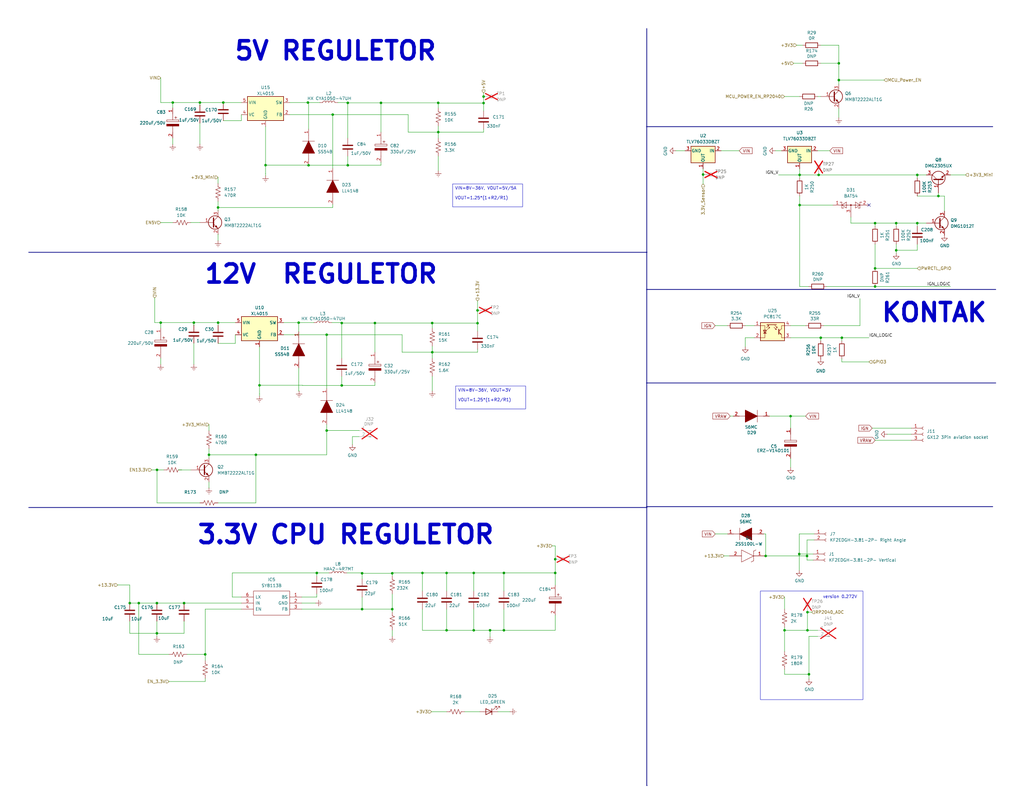
<source format=kicad_sch>
(kicad_sch (version 20231120) (generator "eeschema") (generator_version "8.0")
  (paper "User" 431 342)
  (junction (at 77.47 254))
  (junction (at 87.9567 191.5238))
  (junction (at 332.74 175.26))
  (junction (at 109.22 162.2591))
  (junction (at 66.04 266.7))
  (junction (at 295.91 73.4937))
  (junction (at 81.6019 135.89))
  (junction (at 133.35 241.3))
  (junction (at 66.04 254))
  (junction (at 200.9867 136.109))
  (junction (at 212.09 265.43))
  (junction (at 84.1419 43.18))
  (junction (at 160.3467 43.3232))
  (junction (at 181.9367 148.3438))
  (junction (at 386.08 73.66))
  (junction (at 345.44 142.24))
  (junction (at 129.5952 43.18))
  (junction (at 272.2111 106.2507) (diameter 0.3048))
  (junction (at 368.3 93.98))
  (junction (at 91.7921 135.89))
  (junction (at 272.2111 161.29) (diameter 0.3048))
  (junction (at 137.4867 181.3307))
  (junction (at 339.8499 265.43))
  (junction (at 368.3 120.65))
  (junction (at 72.7125 43.18))
  (junction (at 344.5606 73.66))
  (junction (at 368.3 113.03))
  (junction (at 184.4767 55.6338))
  (junction (at 212.09 241.3))
  (junction (at 330.2 265.43))
  (junction (at 354.33 142.24))
  (junction (at 203.5267 40.6677))
  (junction (at 137.4867 140.97))
  (junction (at 336.3771 233.348))
  (junction (at 111.76 69.5491))
  (junction (at 107.7044 191.5238))
  (junction (at 377.19 105.41))
  (junction (at 165.1 241.4213))
  (junction (at 152.4 241.4213))
  (junction (at 336.55 86.36))
  (junction (at 336.55 73.66))
  (junction (at 339.6674 234.1477))
  (junction (at 129.8667 69.6038))
  (junction (at 272.2111 121.92) (diameter 0.3048))
  (junction (at 322.2448 234.1477))
  (junction (at 206.248 265.43))
  (junction (at 177.8 241.3))
  (junction (at 200.9867 130.7165))
  (junction (at 377.19 93.98))
  (junction (at 394.97 82.55))
  (junction (at 233.68 241.3))
  (junction (at 272.2111 53.34) (diameter 0.3048))
  (junction (at 340.4851 283.9561))
  (junction (at 143.8367 162.3138))
  (junction (at 187.96 265.43))
  (junction (at 66.0848 197.8738))
  (junction (at 91.7667 87.3838))
  (junction (at 152.4 256.54))
  (junction (at 146.3767 43.3232))
  (junction (at 140.0267 48.26))
  (junction (at 199.39 241.3))
  (junction (at 353.06 33.7136))
  (junction (at 67.6367 135.89))
  (junction (at 339.8499 257.81))
  (junction (at 386.08 93.98))
  (junction (at 54.61 254))
  (junction (at 157.8067 136.0332))
  (junction (at 272.2111 213.36) (diameter 0.3048))
  (junction (at 181.8942 136.0332))
  (junction (at 143.8367 136.0332))
  (junction (at 93.98 43.18))
  (junction (at 86.36 275.59))
  (junction (at 353.06 26.67))
  (junction (at 58.42 254))
  (junction (at 272.2111 213.7291) (diameter 0.3048))
  (junction (at 125.6954 135.89))
  (junction (at 203.5267 43.399))
  (junction (at 165.1 256.54))
  (junction (at 187.96 241.3))
  (junction (at 146.3767 69.6038))
  (junction (at 184.4342 43.3232))
  (junction (at 233.68 235.5096))
  (junction (at 199.39 265.43))
  (no_connect (at 365.76 86.36))
  (wire (pts (xy 81.6019 135.89) (xy 91.7921 135.89)))
  (wire (pts (xy 86.36 275.59) (xy 86.36 278.13)))
  (wire (pts (xy 140.0267 87.3838) (xy 140.0267 86.1138)))
  (wire (pts (xy 91.7667 88.6167) (xy 91.7825 88.6167)))
  (wire (pts (xy 177.8 241.3) (xy 165.1 241.3)))
  (wire (pts (xy 129.8667 54.3638) (xy 129.8667 43.18)))
  (wire (pts (xy 181.61 299.72) (xy 187.96 299.72)))
  (wire (pts (xy 137.4867 178.8238) (xy 137.4867 181.3307)))
  (wire (pts (xy 97.79 251.46) (xy 97.79 241.3)))
  (wire (pts (xy 143.8367 158.5038) (xy 143.8367 162.3138)))
  (wire (pts (xy 358.14 93.98) (xy 368.3 93.98)))
  (wire (pts (xy 133.35 241.3) (xy 133.35 242.57)))
  (wire (pts (xy 58.42 254) (xy 66.04 254)))
  (bus (pts (xy 272.2111 213.36) (xy 417.83 213.36)) (stroke (width 0.3048)))
  (wire (pts (xy 111.76 69.5491) (xy 111.76 73.1676)))
  (wire (pts (xy 169.2367 148.3438) (xy 181.9367 148.3438)))
  (wire (pts (xy 203.5267 40.6677) (xy 203.5267 43.399)))
  (wire (pts (xy 203.5267 43.399) (xy 203.5267 46.7438)))
  (wire (pts (xy 157.8067 162.3138) (xy 143.8367 162.3138)))
  (wire (pts (xy 336.55 73.66) (xy 344.5606 73.66)))
  (wire (pts (xy 165.1 241.3) (xy 165.1 241.4213)))
  (bus (pts (xy 272.2111 161.29) (xy 419.1 161.29)) (stroke (width 0.3048)))
  (wire (pts (xy 81.6019 137.16) (xy 81.6067 137.16)))
  (wire (pts (xy 339.6674 234.1477) (xy 339.6674 235.888)))
  (wire (pts (xy 377.19 102.87) (xy 377.19 105.41)))
  (wire (pts (xy 54.61 266.7) (xy 66.04 266.7)))
  (wire (pts (xy 284.48 63.5) (xy 288.29 63.5)))
  (wire (pts (xy 80.3367 93.6967) (xy 80.3367 93.7338)))
  (wire (pts (xy 326.39 63.5) (xy 328.93 63.5)))
  (wire (pts (xy 109.22 162.2591) (xy 109.22 165.8776)))
  (wire (pts (xy 91.7667 101.3538) (xy 91.7667 98.7767)))
  (wire (pts (xy 307.34 175.26) (xy 308.61 175.26)))
  (wire (pts (xy 339.8499 257.81) (xy 339.8499 265.43)))
  (wire (pts (xy 137.4867 181.3307) (xy 151.13 181.3307)))
  (wire (pts (xy 111.76 53.34) (xy 111.76 69.5491)))
  (wire (pts (xy 199.39 256.54) (xy 199.39 265.43)))
  (wire (pts (xy 199.39 265.43) (xy 206.248 265.43)))
  (wire (pts (xy 87.9542 191.5238) (xy 87.9542 192.835)))
  (wire (pts (xy 304.7183 234.112) (xy 304.7183 234.1477)))
  (wire (pts (xy 75.2542 197.915) (xy 75.2542 197.8738)))
  (wire (pts (xy 195.58 299.72) (xy 201.93 299.72)))
  (wire (pts (xy 66.04 267.97) (xy 66.04 266.7)))
  (wire (pts (xy 143.51 136.0332) (xy 143.8367 136.0332)))
  (wire (pts (xy 143.8367 136.0332) (xy 157.8067 136.0332)))
  (wire (pts (xy 160.3467 55.6338) (xy 160.3467 43.3232)))
  (wire (pts (xy 91.7667 98.7767) (xy 91.7825 98.7767)))
  (wire (pts (xy 317.5 142.24) (xy 313.69 142.24)))
  (wire (pts (xy 397.51 82.55) (xy 394.97 82.55)))
  (wire (pts (xy 206.248 265.43) (xy 206.248 268.224)))
  (wire (pts (xy 84.1419 43.18) (xy 93.98 43.18)))
  (wire (pts (xy 199.39 241.3) (xy 187.96 241.3)))
  (bus (pts (xy 272.2111 161.29) (xy 272.2111 213.36)) (stroke (width 0.3048)))
  (wire (pts (xy 353.06 26.67) (xy 345.44 26.67)))
  (wire (pts (xy 165.1 257.81) (xy 165.1 256.54)))
  (wire (pts (xy 336.55 86.36) (xy 350.52 86.36)))
  (wire (pts (xy 233.68 259.08) (xy 233.68 265.43)))
  (wire (pts (xy 132.0501 135.89) (xy 132.0501 135.8854)))
  (wire (pts (xy 121.92 43.18) (xy 129.5952 43.18)))
  (bus (pts (xy 12.0996 213.7291) (xy 272.2111 213.7291)) (stroke (width 0.3048)))
  (wire (pts (xy 336.55 73.66) (xy 336.55 74.93)))
  (wire (pts (xy 87.9567 178.8238) (xy 87.9567 181.3638)))
  (wire (pts (xy 342.222 235.888) (xy 339.6674 235.888)))
  (wire (pts (xy 66.04 254) (xy 77.47 254)))
  (wire (pts (xy 157.8067 161.0438) (xy 157.8067 162.3138)))
  (wire (pts (xy 209.55 299.72) (xy 214.63 299.72)))
  (wire (pts (xy 67.6367 138.1838) (xy 67.6367 135.89)))
  (wire (pts (xy 87.9567 191.5238) (xy 107.7044 191.5238)))
  (wire (pts (xy 323.85 175.26) (xy 332.74 175.26)))
  (wire (pts (xy 140.0267 48.26) (xy 140.0267 70.8738)))
  (wire (pts (xy 67.6367 135.89) (xy 81.6019 135.89)))
  (bus (pts (xy 12.0738 106.2507) (xy 272.2111 106.2507)) (stroke (width 0.3048)))
  (wire (pts (xy 137.4867 181.3307) (xy 137.4867 191.5238)))
  (wire (pts (xy 54.61 261.62) (xy 54.61 266.7)))
  (wire (pts (xy 330.2 251.46) (xy 330.2 256.54)))
  (wire (pts (xy 91.7667 74.6838) (xy 91.7667 77.2238)))
  (wire (pts (xy 336.55 71.12) (xy 336.55 73.66)))
  (wire (pts (xy 386.08 93.98) (xy 389.89 93.98)))
  (wire (pts (xy 101.6 251.46) (xy 97.79 251.46)))
  (wire (pts (xy 109.22 146.05) (xy 109.22 162.2591)))
  (wire (pts (xy 101.6 256.54) (xy 86.36 256.54)))
  (wire (pts (xy 368.3 113.03) (xy 386.08 113.03)))
  (wire (pts (xy 353.06 26.67) (xy 353.06 33.7136)))
  (wire (pts (xy 133.35 241.3) (xy 138.43 241.3)))
  (wire (pts (xy 67.6367 93.7338) (xy 72.7167 93.7338)))
  (wire (pts (xy 181.9367 148.3438) (xy 181.9367 150.8838)))
  (wire (pts (xy 137.4867 140.97) (xy 169.2367 140.97)))
  (wire (pts (xy 177.8 241.3) (xy 177.8 248.92)))
  (wire (pts (xy 187.96 241.3) (xy 177.8 241.3)))
  (wire (pts (xy 330.2 283.9561) (xy 340.4851 283.9561)))
  (wire (pts (xy 157.8067 148.3438) (xy 157.8067 136.0332)))
  (wire (pts (xy 65.0967 125.4838) (xy 65.0967 135.89)))
  (wire (pts (xy 212.09 256.54) (xy 212.09 265.43)))
  (wire (pts (xy 86.36 287.02) (xy 86.36 285.75)))
  (wire (pts (xy 171.7767 55.6338) (xy 184.4767 55.6338)))
  (wire (pts (xy 212.09 241.3) (xy 212.09 248.92)))
  (wire (pts (xy 78.74 275.59) (xy 86.36 275.59)))
  (wire (pts (xy 165.1 250.19) (xy 165.1 256.54)))
  (wire (pts (xy 129.8667 69.5491) (xy 129.8667 69.6038)))
  (wire (pts (xy 146.05 43.3232) (xy 146.3767 43.3232)))
  (wire (pts (xy 353.06 33.7136) (xy 372.11 33.7136)))
  (wire (pts (xy 67.6367 150.8838) (xy 67.6367 153.4238)))
  (wire (pts (xy 336.3771 224.8877) (xy 336.3771 233.348)))
  (wire (pts (xy 93.98 50.8) (xy 101.6 50.8)))
  (wire (pts (xy 148.336 183.896) (xy 148.336 187.198)))
  (bus (pts (xy 272.2111 53.34) (xy 272.2111 106.2507)) (stroke (width 0.3048)))
  (bus (pts (xy 272.2111 121.92) (xy 419.1 121.92)) (stroke (width 0.3048)))
  (wire (pts (xy 151.13 183.896) (xy 148.336 183.896)))
  (wire (pts (xy 184.4767 55.6338) (xy 184.4767 58.1738)))
  (wire (pts (xy 200.9867 136.109) (xy 200.9867 139.4538)))
  (wire (pts (xy 332.74 175.26) (xy 332.74 180.34)))
  (bus (pts (xy 272.2111 121.92) (xy 272.2111 161.29)) (stroke (width 0.3048)))
  (wire (pts (xy 184.4342 43.3232) (xy 184.4767 43.3232)))
  (wire (pts (xy 87.9542 205.4938) (xy 87.9567 205.4938)))
  (wire (pts (xy 212.09 241.3) (xy 199.39 241.3)))
  (wire (pts (xy 72.7125 58.1395) (xy 72.7125 60.7138)))
  (wire (pts (xy 339.6674 227.4277) (xy 339.6674 234.1477)))
  (wire (pts (xy 303.53 63.5) (xy 311.15 63.5)))
  (wire (pts (xy 184.4767 53.0938) (xy 184.4767 55.6338)))
  (wire (pts (xy 81.6067 137.16) (xy 81.6067 136.9138)))
  (wire (pts (xy 181.9367 148.3438) (xy 200.9867 148.3438)))
  (wire (pts (xy 386.08 102.87) (xy 386.08 105.41)))
  (wire (pts (xy 87.9567 188.9838) (xy 87.9567 191.5238)))
  (wire (pts (xy 146.3767 65.7938) (xy 146.3767 69.6038)))
  (wire (pts (xy 129.8667 43.18) (xy 129.5952 43.18)))
  (wire (pts (xy 313.69 137.16) (xy 317.5 137.16)))
  (wire (pts (xy 63.8267 197.8738) (xy 66.0848 197.8738)))
  (wire (pts (xy 109.22 162.2591) (xy 127.3267 162.2591)))
  (bus (pts (xy 272.2111 106.2507) (xy 272.2111 121.92)) (stroke (width 0.3048)))
  (wire (pts (xy 233.68 229.87) (xy 233.68 235.5096)))
  (wire (pts (xy 300.99 137.16) (xy 306.07 137.16)))
  (wire (pts (xy 336.55 86.36) (xy 336.55 120.65)))
  (wire (pts (xy 146.3767 43.3232) (xy 160.3467 43.3232)))
  (wire (pts (xy 54.61 254) (xy 58.42 254)))
  (wire (pts (xy 322.2448 224.8972) (xy 322.2448 234.1477)))
  (wire (pts (xy 65.0967 135.89) (xy 67.6367 135.89)))
  (wire (pts (xy 340.4851 283.9561) (xy 340.4851 285.9585)))
  (wire (pts (xy 386.08 95.25) (xy 386.08 93.98)))
  (wire (pts (xy 336.3771 233.348) (xy 336.3771 240.1882)))
  (wire (pts (xy 101.6 50.8) (xy 101.6 48.26)))
  (wire (pts (xy 332.74 137.16) (xy 339.09 137.16)))
  (wire (pts (xy 77.47 254) (xy 101.6 254)))
  (wire (pts (xy 181.9367 138.1838) (xy 181.9367 136.0332)))
  (wire (pts (xy 152.4 241.3) (xy 152.4 241.4213)))
  (wire (pts (xy 49.53 246.38) (xy 54.61 246.38)))
  (wire (pts (xy 394.97 82.55) (xy 394.97 81.28)))
  (wire (pts (xy 181.9367 145.8038) (xy 181.9367 148.3438)))
  (wire (pts (xy 111.76 69.5491) (xy 129.8667 69.5491)))
  (wire (pts (xy 353.06 45.72) (xy 353.06 49.53)))
  (wire (pts (xy 160.3467 43.3232) (xy 184.4342 43.3232)))
  (bus (pts (xy 272.2111 213.36) (xy 272.2111 213.7291)) (stroke (width 0.3048)))
  (wire (pts (xy 125.73 154.94) (xy 125.73 164.7013)))
  (wire (pts (xy 233.68 246.38) (xy 233.68 241.3)))
  (wire (pts (xy 199.39 241.3) (xy 199.39 248.92)))
  (wire (pts (xy 200.9867 126.7538) (xy 200.9867 130.7165)))
  (wire (pts (xy 200.9867 136.109) (xy 181.8942 136.109)))
  (wire (pts (xy 84.1419 44.45) (xy 84.1419 43.18)))
  (bus (pts (xy 272.2111 213.7291) (xy 272.2111 330.8199)) (stroke (width 0.3048)))
  (wire (pts (xy 233.68 235.5096) (xy 233.68 241.3)))
  (wire (pts (xy 66.04 261.62) (xy 66.04 266.7)))
  (wire (pts (xy 368.3448 185.42) (xy 383.54 185.42)))
  (wire (pts (xy 233.68 241.3) (xy 212.09 241.3)))
  (wire (pts (xy 184.4767 55.6338) (xy 203.5267 55.6338)))
  (wire (pts (xy 119.38 140.97) (xy 137.4867 140.97)))
  (wire (pts (xy 203.5267 55.6338) (xy 203.5267 54.3638)))
  (wire (pts (xy 187.96 241.3) (xy 187.96 248.92)))
  (wire (pts (xy 107.7044 211.7633) (xy 107.7044 191.5238)))
  (wire (pts (xy 330.2 265.43) (xy 330.2 274.32)))
  (wire (pts (xy 127.3267 162.3138) (xy 143.8367 162.3138)))
  (wire (pts (xy 353.06 33.7136) (xy 353.06 35.56)))
  (wire (pts (xy 91.7667 87.3838) (xy 140.0267 87.3838)))
  (wire (pts (xy 84.1625 93.6967) (xy 80.3367 93.6967)))
  (wire (pts (xy 295.91 71.12) (xy 295.91 73.4937)))
  (wire (pts (xy 353.06 19.05) (xy 353.06 26.67)))
  (wire (pts (xy 304.7183 234.1477) (xy 307.0048 234.1477)))
  (wire (pts (xy 344.17 265.43) (xy 339.8499 265.43)))
  (wire (pts (xy 361.95 137.16) (xy 346.71 137.16)))
  (wire (pts (xy 152.4 251.46) (xy 152.4 256.54)))
  (wire (pts (xy 75.2542 197.8738) (xy 76.5267 197.8738)))
  (wire (pts (xy 84.1467 44.45) (xy 84.1467 44.2038)))
  (wire (pts (xy 91.7921 144.6065) (xy 99.06 144.6065)))
  (wire (pts (xy 295.91 73.4937) (xy 295.91 77.47)))
  (wire (pts (xy 86.36 256.54) (xy 86.36 275.59)))
  (wire (pts (xy 160.3467 68.3338) (xy 160.3467 69.6038)))
  (wire (pts (xy 67.6367 32.7738) (xy 67.6367 43.18)))
  (wire (pts (xy 125.6954 135.89) (xy 132.0501 135.89)))
  (wire (pts (xy 377.19 105.41) (xy 386.08 105.41)))
  (wire (pts (xy 81.6067 144.5338) (xy 81.6067 153.4238)))
  (wire (pts (xy 91.7921 135.89) (xy 99.06 135.89)))
  (wire (pts (xy 151.13 181.3307) (xy 151.13 181.356)))
  (wire (pts (xy 368.3 93.98) (xy 368.3 95.25)))
  (wire (pts (xy 184.4342 43.399) (xy 184.4342 43.3232)))
  (wire (pts (xy 344.17 267.97) (xy 340.4851 267.97)))
  (wire (pts (xy 344.5606 73.66) (xy 386.08 73.66)))
  (wire (pts (xy 342.6375 224.8877) (xy 336.3771 224.8877)))
  (wire (pts (xy 146.05 43.1754) (xy 146.05 43.3232)))
  (wire (pts (xy 66.0848 197.8738) (xy 68.9067 197.8738)))
  (wire (pts (xy 87.9542 202.995) (xy 87.9542 205.4938)))
  (wire (pts (xy 233.68 265.43) (xy 212.09 265.43)))
  (wire (pts (xy 336.55 82.55) (xy 336.55 86.36)))
  (wire (pts (xy 71.12 287.02) (xy 86.36 287.02)))
  (wire (pts (xy 125.6954 139.7) (xy 125.73 139.7)))
  (wire (pts (xy 377.19 105.41) (xy 377.19 106.68)))
  (wire (pts (xy 345.44 19.05) (xy 353.06 19.05)))
  (wire (pts (xy 165.1 256.54) (xy 152.4 256.54)))
  (wire (pts (xy 160.3467 69.6038) (xy 146.3767 69.6038)))
  (wire (pts (xy 91.7921 135.89) (xy 91.7921 136.9865)))
  (wire (pts (xy 306.2339 224.8877) (xy 301.0365 224.8877)))
  (wire (pts (xy 109.2247 165.8776) (xy 109.2247 166.707)))
  (wire (pts (xy 345.44 142.24) (xy 332.74 142.24)))
  (wire (pts (xy 187.96 265.43) (xy 199.39 265.43)))
  (wire (pts (xy 72.7125 45.4395) (xy 72.7125 43.18)))
  (wire (pts (xy 143.51 135.8854) (xy 139.6701 135.8854)))
  (wire (pts (xy 133.35 250.19) (xy 133.35 251.46)))
  (wire (pts (xy 340.4851 267.97) (xy 340.4851 283.9561)))
  (wire (pts (xy 66.0848 211.7633) (xy 66.0848 197.8738)))
  (wire (pts (xy 334.01 26.67) (xy 337.82 26.67)))
  (wire (pts (xy 339.6674 227.4277) (xy 342.6375 227.4277)))
  (wire (pts (xy 332.74 193.04) (xy 332.74 196.85)))
  (wire (pts (xy 330.2 281.94) (xy 330.2 283.9561)))
  (wire (pts (xy 203.5267 39.1238) (xy 203.5267 40.6677)))
  (wire (pts (xy 66.04 266.7) (xy 77.47 266.7)))
  (wire (pts (xy 87.9542 191.5238) (xy 87.9567 191.5238)))
  (wire (pts (xy 386.08 74.93) (xy 386.08 73.66)))
  (wire (pts (xy 181.8942 136.109) (xy 181.8942 136.0332)))
  (wire (pts (xy 58.42 275.59) (xy 58.42 254)))
  (wire (pts (xy 129.5952 43.18) (xy 129.5952 43.1754)))
  (wire (pts (xy 54.61 246.38) (xy 54.61 254)))
  (wire (pts (xy 232.41 229.87) (xy 233.68 229.87)))
  (wire (pts (xy 165.1 242.57) (xy 165.1 241.4213)))
  (wire (pts (xy 125.73 164.7013) (xy 125.8771 164.7013)))
  (wire (pts (xy 146.05 43.1754) (xy 142.2101 43.1754)))
  (wire (pts (xy 84.1515 211.7633) (xy 66.0848 211.7633)))
  (wire (pts (xy 140.0267 48.26) (xy 171.7767 48.26)))
  (bus (pts (xy 272.2111 330.8199) (xy 272.3431 330.8199)))
  (wire (pts (xy 121.92 48.26) (xy 140.0267 48.26)))
  (wire (pts (xy 330.2 264.16) (xy 330.2 265.43)))
  (wire (pts (xy 165.1 241.4213) (xy 152.4 241.4213)))
  (wire (pts (xy 344.17 63.5) (xy 349.25 63.5)))
  (wire (pts (xy 347.98 120.65) (xy 368.3 120.65)))
  (wire (pts (xy 184.4767 45.4738) (xy 184.4767 43.3232)))
  (wire (pts (xy 361.95 125.73) (xy 361.95 137.16)))
  (wire (pts (xy 111.7647 73.1676) (xy 111.7647 73.997)))
  (wire (pts (xy 152.4 256.54) (xy 127 256.54)))
  (wire (pts (xy 354.33 142.24) (xy 345.44 142.24)))
  (wire (pts (xy 129.5952 43.1754) (xy 134.5901 43.1754)))
  (wire (pts (xy 157.8067 136.0332) (xy 181.8942 136.0332)))
  (wire (pts (xy 77.47 261.62) (xy 77.47 266.7)))
  (wire (pts (xy 377.19 93.98) (xy 377.19 95.25)))
  (wire (pts (xy 137.4867 140.97) (xy 137.4867 163.5838)))
  (wire (pts (xy 400.05 120.65) (xy 368.3 120.65)))
  (wire (pts (xy 206.248 265.43) (xy 212.09 265.43)))
  (wire (pts (xy 327.66 73.66) (xy 336.55 73.66)))
  (wire (pts (xy 72.7125 60.7138) (xy 72.7167 60.7138)))
  (wire (pts (xy 306.2339 224.8972) (xy 306.2339 224.8877)))
  (wire (pts (xy 72.7125 43.18) (xy 84.1419 43.18)))
  (wire (pts (xy 177.8 256.54) (xy 177.8 265.43)))
  (wire (pts (xy 143.8367 136.0332) (xy 143.8367 150.8838)))
  (wire (pts (xy 200.9867 148.3438) (xy 200.9867 147.0738)))
  (wire (pts (xy 373.4248 182.88) (xy 383.54 182.88)))
  (wire (pts (xy 341.63 257.81) (xy 339.8499 257.81)))
  (wire (pts (xy 99.06 144.6065) (xy 99.06 140.97)))
  (wire (pts (xy 146.3767 43.3232) (xy 146.3767 58.1738)))
  (wire (pts (xy 339.8499 265.43) (xy 330.2 265.43)))
  (wire (pts (xy 365.76 152.4) (xy 354.33 152.4)))
  (wire (pts (xy 177.8 265.43) (xy 187.96 265.43)))
  (wire (pts (xy 129.8667 69.6038) (xy 146.3767 69.6038)))
  (wire (pts (xy 127.3267 162.2591) (xy 127.3267 162.3138)))
  (wire (pts (xy 368.3 102.87) (xy 368.3 113.03)))
  (wire (pts (xy 332.74 175.26) (xy 339.09 175.26)))
  (wire (pts (xy 109.22 165.8776) (xy 109.2247 165.8776)))
  (wire (pts (xy 397.51 82.55) (xy 397.51 88.9)))
  (wire (pts (xy 184.4767 65.7938) (xy 184.4767 71.8898)))
  (wire (pts (xy 84.1419 44.45) (xy 84.1467 44.45)))
  (wire (pts (xy 386.08 93.98) (xy 377.19 93.98)))
  (wire (pts (xy 67.6367 43.18) (xy 72.7125 43.18)))
  (wire (pts (xy 187.96 256.54) (xy 187.96 265.43)))
  (wire (pts (xy 354.33 142.24) (xy 365.76 142.24)))
  (wire (pts (xy 336.3771 233.348) (xy 342.222 233.348)))
  (wire (pts (xy 71.12 275.59) (xy 58.42 275.59)))
  (wire (pts (xy 400.05 73.66) (xy 406.4 73.66)))
  (wire (pts (xy 386.08 73.66) (xy 389.89 73.66)))
  (wire (pts (xy 340.36 120.65) (xy 336.55 120.65)))
  (wire (pts (xy 91.7667 87.3838) (xy 91.7667 88.6167)))
  (wire (pts (xy 200.9867 130.7165) (xy 200.9867 136.109)))
  (wire (pts (xy 377.19 93.98) (xy 368.3 93.98)))
  (wire (pts (xy 169.2367 140.97) (xy 169.2367 148.3438)))
  (wire (pts (xy 354.33 152.4) (xy 354.33 151.13)))
  (wire (pts (xy 203.5267 43.399) (xy 184.4342 43.399)))
  (wire (pts (xy 330.2 40.64) (xy 336.55 40.64)))
  (wire (pts (xy 367.0748 180.34) (xy 383.54 180.34)))
  (wire (pts (xy 75.2542 197.915) (xy 80.3342 197.915)))
  (wire (pts (xy 345.44 142.24) (xy 345.44 143.51)))
  (wire (pts (xy 91.7667 84.8438) (xy 91.7667 87.3838)))
  (wire (pts (xy 181.9367 158.5038) (xy 181.9367 164.5998)))
  (wire (pts (xy 81.6019 137.16) (xy 81.6019 135.89)))
  (wire (pts (xy 322.2448 234.1477) (xy 339.6674 234.1477)))
  (wire (pts (xy 171.7767 48.26) (xy 171.7767 55.6338)))
  (wire (pts (xy 133.35 251.46) (xy 127 251.46)))
  (wire (pts (xy 354.33 143.51) (xy 354.33 142.24)))
  (wire (pts (xy 146.05 241.3) (xy 152.4 241.3)))
  (wire (pts (xy 84.1467 51.8238) (xy 84.1467 60.7138)))
  (wire (pts (xy 335.28 19.05) (xy 337.82 19.05)))
  (wire (pts (xy 107.7044 191.5238) (xy 137.4867 191.5238)))
  (wire (pts (xy 165.1 265.43) (xy 165.1 267.97)))
  (wire (pts (xy 119.38 135.89) (xy 125.6954 135.89)))
  (wire (pts (xy 344.17 40.64) (xy 345.44 40.64)))
  (wire (pts (xy 313.69 142.24) (xy 313.69 146.05)))
  (wire (pts (xy 127 254) (xy 132.8116 254)))
  (wire (pts (xy 181.8942 136.0332) (xy 181.9367 136.0332)))
  (wire (pts (xy 143.51 135.8854) (xy 143.51 136.0332)))
  (wire (pts (xy 386.08 82.55) (xy 394.97 82.55)))
  (bus (pts (xy 272.2111 53.34) (xy 417.83 53.34)) (stroke (width 0.3048)))
  (wire (pts (xy 93.98 43.18) (xy 101.6 43.18)))
  (wire (pts (xy 321.4739 224.8972) (xy 322.2448 224.8972)))
  (bus (pts (xy 272.2111 12.0238) (xy 272.2111 53.34)) (stroke (width 0.3048)))
  (wire (pts (xy 152.4 241.4213) (xy 152.4 243.84)))
  (wire (pts (xy 111.76 73.1676) (xy 111.7647 73.1676)))
  (wire (pts (xy 97.79 241.3) (xy 133.35 241.3)))
  (wire (pts (xy 91.7715 211.7633) (xy 107.7044 211.7633)))
  (wire (pts (xy 125.6954 135.89) (xy 125.6954 139.7)))
  (wire (pts (xy 358.14 91.44) (xy 358.14 93.98)))
  (rectangle (start 320.04 248.92) (end 363.22 294.64))
  (text_box "VIN=8V-36V, VOUT=3V\n\nVOUT=1.25*(1+R2/R1)" (at 191.77 162.56 0) (size 29.464 9.652) (effects (font (size 1.27 1.27)) (justify left top)))
  (text_box "VIN=8V-36V, VOUT=5V/5A\n\nVOUT=1.25*(1+R2/R1)" (at 190.5 77.47 0) (size 29.464 9.652) (effects (font (size 1.27 1.27)) (justify left top)))
  (text "KONTAK" (at 393.192 131.826 0) (effects (font (size 7.62 7.62) (thickness 1.524) (bold yes))))
  (text "12V  REGULETOR\n" (at 135.128 115.57 0) (effects (font (size 7.62 7.62) (thickness 1.524) (bold yes))))
  (text "3.3V CPU REGULETOR\n" (at 145.542 225.298 0) (effects (font (size 7.62 7.62) (thickness 1.524) (bold yes))))
  (text "version 0.272V\n" (at 353.568 251.46 0) (effects (font (size 1.27 1.27))))
  (text "5V REGULETOR\n" (at 141.224 21.59 0) (effects (font (size 7.62 7.62) (thickness 1.524) (bold yes))))
  (label "IGN_V" (at 327.66 73.66 180))
  (label "IGN_V" (at 361.95 125.73 180))
  (label "IGN_LOGIC" (at 365.76 142.24 0))
  (label "IGN_LOGIC" (at 400.05 120.65 180))
  (global_label "VIN" (shape input) (at 311.15 63.5 0) (property "Intersheetrefs" "${INTERSHEET_REFS}" (effects (hide yes))))
  (global_label "VRAW" (shape input) (at 368.3448 185.42 180) (property "Intersheetrefs" "${INTERSHEET_REFS}" (effects (hide yes))))
  (global_label "IGN" (shape input) (at 300.99 137.16 180) (property "Intersheetrefs" "${INTERSHEET_REFS}" (effects (hide yes))))
  (global_label "VIN" (shape input) (at 301.0365 224.8877 180) (property "Intersheetrefs" "${INTERSHEET_REFS}" (effects (hide yes))))
  (global_label "VRAW" (shape input) (at 307.34 175.26 180) (property "Intersheetrefs" "${INTERSHEET_REFS}" (effects (hide yes))))
  (global_label "VIN" (shape input) (at 339.09 175.26 0) (property "Intersheetrefs" "${INTERSHEET_REFS}" (effects (hide yes))))
  (global_label "VIN" (shape input) (at 349.25 63.5 0) (property "Intersheetrefs" "${INTERSHEET_REFS}" (effects (hide yes))))
  (global_label "IGN" (shape input) (at 367.0748 180.34 180) (property "Intersheetrefs" "${INTERSHEET_REFS}" (effects (hide yes))))
  (hierarchical_label "EN5V" (shape input) (at 67.6367 93.7338 180))
  (hierarchical_label "MCU_POWER_EN_RP2040" (shape input) (at 330.2 40.64 180))
  (hierarchical_label "RP2040_ADC" (shape input) (at 341.63 257.81 0))
  (hierarchical_label "+13.3V" (shape input) (at 49.53 246.38 180))
  (hierarchical_label "+5V" (shape input) (at 203.5267 39.1238 90))
  (hierarchical_label "+3V3_Mini" (shape input) (at 406.4 73.66 0))
  (hierarchical_label "+5V" (shape input) (at 334.01 26.67 180))
  (hierarchical_label "VIN" (shape input) (at 65.0967 125.4838 90))
  (hierarchical_label "EN_3.3V" (shape input) (at 71.12 287.02 180))
  (hierarchical_label "EN13.3V" (shape input) (at 63.8267 197.8738 180))
  (hierarchical_label "MCU_Power_EN" (shape input) (at 372.11 33.7136 0))
  (hierarchical_label "+3V3_Mini" (shape input) (at 91.7667 74.6838 180))
  (hierarchical_label "+3V3_Mini" (shape input) (at 87.9567 178.8238 180))
  (hierarchical_label "+3V3" (shape input) (at 330.2 251.46 180))
  (hierarchical_label "+13.3V" (shape input) (at 200.9867 126.7538 90))
  (hierarchical_label "VIN" (shape input) (at 67.6367 32.7738 180))
  (hierarchical_label "PWRCTL_GPIO" (shape input) (at 386.08 113.03 0))
  (hierarchical_label "GPIO3" (shape input) (at 365.76 152.4 0))
  (hierarchical_label "+3V3" (shape input) (at 181.61 299.72 180))
  (hierarchical_label "+3V3" (shape input) (at 232.41 229.87 180))
  (hierarchical_label "+13.3V" (shape input) (at 304.7183 234.112 180))
  (hierarchical_label "3.3V_Sensor" (shape input) (at 295.91 77.47 270))
  (hierarchical_label "+3V3" (shape input) (at 335.28 19.05 180))
  (symbol (lib_id "Device:R_US") (at 181.9367 154.6938 0) (unit 1)
    (property "Reference" "R162" (at 184.4767 153.4237 0) (effects (justify left)))
    (property "Value" "1.6K" (at 184.4767 155.9637 0) (effects (justify left)))
    (property "Footprint" "Resistor_SMD:R_0603_1608Metric" (effects (hide yes)))
    (property "Description" "Resistor, US symbol" (effects (hide yes)))
    (property "MPN" "0603WAF1601T5E" (effects (hide yes)))
  )
  (symbol (lib_id "Device:R") (at 309.88 137.16 270) (unit 1)
    (property "Reference" "R254" (at 309.88 131.9022 90))
    (property "Value" "3.3K" (at 309.88 134.2136 90))
    (property "Footprint" "Resistor_SMD:R_0603_1608Metric" (effects (hide yes)))
    (property "MPN" "0603WAF3301T5E" (effects (hide yes)))
  )
  (symbol (lib_id "power:GND") (at 284.48 63.5 270) (unit 1)
    (property "Reference" "#PWR0125" (effects (hide yes)))
    (property "Value" "GND" (at 280.0858 63.627 0))
  )
  (symbol (lib_id "Device:L") (at 135.8601 135.8854 90) (unit 1)
    (property "Reference" "L3" (at 135.8601 132.0754 90))
    (property "Value" "HX CYA1050-47UH" (at 136.0742 134.1794 90))
    (property "Footprint" "CYA1050-47UH:L_Bourns_SRR1208_12.7x12.7mm" (effects (hide yes)))
    (property "MPN" "HX CYA1050-47UH" (effects (hide yes)))
  )
  (symbol (lib_id "SS54B:SS54B") (at 129.8667 54.3638 270) (unit 1)
    (property "Reference" "D10" (at 133.6767 61.3488 90) (effects (justify left)))
    (property "Value" "SS54B" (at 133.6767 63.8888 90) (effects (justify left)))
    (property "Footprint" "Library:SS54B" (effects (hide yes)))
    (property "Datasheet" "https://datasheet.datasheetarchive.com/originals/distributors/Datasheets-3/DSA-43270.pdf" (effects (hide yes)))
    (property "Description" "HY Electronic Corp SS54B, SMT Rectifier Schottky Diode, 40V 5A, 2-Pin SMB" (effects (hide yes)))
    (property "Height" "2.44" (effects (hide yes)))
    (property "Manufacturer_Name" "HY Electronic" (effects (hide yes)))
    (property "Manufacturer_Part_Number" "SS54B" (effects (hide yes)))
    (property "MPN" "SS54B" (effects (hide yes)))
  )
  (symbol (lib_id "Device:R_US") (at 181.9367 141.9938 0) (unit 1)
    (property "Reference" "R161" (at 184.4767 140.7237 0) (effects (justify left)))
    (property "Value" "15K" (at 184.4767 143.2637 0) (effects (justify left)))
    (property "Footprint" "Resistor_SMD:R_0603_1608Metric" (effects (hide yes)))
    (property "Description" "Resistor, US symbol" (effects (hide yes)))
    (property "MPN" "0603WAF1502T5E" (effects (hide yes)))
  )
  (symbol (lib_id "Device:R") (at 344.17 120.65 270) (unit 1)
    (property "Reference" "R260" (at 344.17 115.3922 90))
    (property "Value" "DNP" (at 344.17 117.7036 90))
    (property "Footprint" "Resistor_SMD:R_0603_1608Metric" (effects (hide yes)))
  )
  (symbol (lib_id "Device:R_US") (at 72.7167 197.8738 90) (unit 1)
    (property "Reference" "R159" (at 72.4627 192.2858 90))
    (property "Value" "10K" (at 72.4627 194.8258 90))
    (property "Footprint" "Resistor_SMD:R_0603_1608Metric" (effects (hide yes)))
    (property "Description" "Resistor, US symbol" (effects (hide yes)))
    (property "MPN" "0603WAF1002T5E" (effects (hide yes)))
  )
  (symbol (lib_id "Device:C") (at 187.96 252.73 180) (unit 1)
    (property "Reference" "C181" (at 189.484 250.444 0) (effects (justify right)))
    (property "Value" "22uF" (at 188.976 255.016 0) (effects (justify right)))
    (property "Footprint" "Capacitor_SMD:C_0603_1608Metric" (effects (hide yes)))
    (property "MPN" "CL10A226MQ8NRNC" (effects (hide yes)))
  )
  (symbol (lib_id "power:GND") (at 326.39 63.5 270) (unit 1)
    (property "Reference" "#PWR0124" (effects (hide yes)))
    (property "Value" "GND" (at 321.9958 63.627 0))
  )
  (symbol (lib_id "power:GND") (at 340.4851 285.9585 0) (unit 1)
    (property "Reference" "#PWR0237" (effects (hide yes)))
    (property "Value" "GND" (at 340.6121 290.3527 0))
  )
  (symbol (lib_id "Device:C") (at 177.8 252.73 180) (unit 1)
    (property "Reference" "C180" (at 179.324 250.444 0) (effects (justify right)))
    (property "Value" "22uF" (at 178.816 255.016 0) (effects (justify right)))
    (property "Footprint" "Capacitor_SMD:C_0603_1608Metric" (effects (hide yes)))
    (property "MPN" "CL10A226MQ8NRNC" (effects (hide yes)))
  )
  (symbol (lib_id "Device:R_US") (at 191.77 299.72 90) (unit 1)
    (property "Reference" "R168" (at 191.77 293.37 90))
    (property "Value" "2K" (at 191.77 295.91 90))
    (property "Footprint" "Resistor_SMD:R_0603_1608Metric" (effects (hide yes)))
    (property "Description" "Resistor, US symbol" (effects (hide yes)))
    (property "MPN" "0603WAF2001T5E" (effects (hide yes)))
  )
  (symbol (lib_id "Device:C") (at 152.4 247.65 180) (unit 1)
    (property "Reference" "C179" (at 153.924 245.364 0) (effects (justify right)))
    (property "Value" "22pF" (at 153.416 249.936 0) (effects (justify right)))
    (property "Footprint" "Capacitor_SMD:C_0603_1608Metric" (effects (hide yes)))
    (property "MPN" "CL10C220JB8NNNC" (effects (hide yes)))
  )
  (symbol (lib_id "Device:C") (at 133.35 246.38 180) (unit 1)
    (property "Reference" "C178" (at 134.874 244.094 0) (effects (justify right)))
    (property "Value" "100nF" (at 134.366 248.666 0) (effects (justify right)))
    (property "Footprint" "Capacitor_SMD:C_0603_1608Metric" (effects (hide yes)))
    (property "MPN" "0603B104K500NT" (effects (hide yes)))
  )
  (symbol (lib_id "Device:C") (at 54.61 257.81 180) (unit 1)
    (property "Reference" "C175" (at 48.006 255.778 0) (effects (justify right)))
    (property "Value" "10uF" (at 42.926 260.604 0) (effects (justify right)))
    (property "Footprint" "Capacitor_SMD:C_0603_1608Metric" (effects (hide yes)))
    (property "MPN" " CL10A106MO8NQNC" (effects (hide yes)))
  )
  (symbol (lib_id "power:Earth") (at 87.9567 205.4938 0) (unit 1)
    (property "Reference" "#PWR0193" (effects (hide yes)))
    (property "Value" "Earth" (effects (hide yes)))
    (property "Description" "Power symbol creates a global label with name \"Earth\"" (effects (hide yes)))
  )
  (symbol (lib_name "GND_1") (lib_id "power:GND") (at 148.336 187.198 0) (unit 1)
    (property "Reference" "#PWR0163" (effects (hide yes)))
    (property "Value" "GND" (at 148.336 191.77 0))
    (property "Description" "Power symbol creates a global label with name \"GND\" , ground" (effects (hide yes)))
  )
  (symbol (lib_id "Device:R") (at 368.3 116.84 180) (unit 1)
    (property "Reference" "R261" (at 373.5578 116.84 90))
    (property "Value" "DNP" (at 371.2464 116.84 90))
    (property "Footprint" "Resistor_SMD:R_0603_1608Metric" (effects (hide yes)))
  )
  (symbol (lib_id "power:Earth") (at 353.06 49.53 0) (unit 1)
    (property "Reference" "#PWR049" (effects (hide yes)))
    (property "Value" "Earth" (effects (hide yes)))
    (property "Description" "Power symbol creates a global label with name \"Earth\"" (effects (hide yes)))
  )
  (symbol (lib_id "power:Earth") (at 81.6067 153.4238 0) (unit 1)
    (property "Reference" "#PWR0192" (effects (hide yes)))
    (property "Value" "Earth" (effects (hide yes)))
    (property "Description" "Power symbol creates a global label with name \"Earth\"" (effects (hide yes)))
  )
  (symbol (lib_id "Device:L") (at 142.24 241.3 90) (unit 1)
    (property "Reference" "L8" (at 142.24 237.49 90))
    (property "Value" "HA42-4R7MT" (at 142.4541 239.594 90))
    (property "Footprint" "Pro V3:Inductor_0402_4.7uH" (effects (hide yes)))
    (property "MPN" "HA42-4R7MT" (effects (hide yes)))
  )
  (symbol (lib_id "Sensor_Proximity:SFH9201") (at 325.12 139.7 0) (unit 1)
    (property "Reference" "U25" (at 325.12 130.81 0))
    (property "Value" "PC817C" (at 325.12 133.35 0))
    (property "Footprint" "HDMI 2.0 TX:PC817" (effects (hide yes)))
    (property "MPN" "PC817C_4PIN_SMD" (effects (hide yes)))
  )
  (symbol (lib_id "Device:C") (at 386.08 99.06 180) (unit 1)
    (property "Reference" "C208" (at 387.604 96.774 0) (effects (justify right)))
    (property "Value" "100nF" (at 387.096 101.346 0) (effects (justify right)))
    (property "Footprint" "Capacitor_SMD:C_0603_1608Metric" (effects (hide yes)))
    (property "MPN" "0603B104K500NT" (effects (hide yes)))
  )
  (symbol (lib_id "power:GND") (at 373.4248 182.88 270) (unit 1)
    (property "Reference" "#PWR0207" (effects (hide yes)))
    (property "Value" "GND" (at 369.0306 183.007 0))
  )
  (symbol (lib_id "UWT1E331MNL1GS:UWT1E331MNL1GS") (at 160.3467 55.6338 270) (unit 1)
    (property "Reference" "C82" (at 164.1567 61.3488 90) (effects (justify left)))
    (property "Value" "330uF/25V" (at 164.1567 63.8888 90) (effects (justify left)))
    (property "Footprint" "Capacitor_SMD:C_Elec_8x10.2" (effects (hide yes)))
    (property "Datasheet" "https://datasheet.lcsc.com/lcsc/2211031700_KNSCHA-RVT330UF25V167RV0055_C5246574.pdf" (effects (hide yes)))
    (property "Description" "Nichicon Aluminium Electrolytic Capacitor 330uF 25V dc 8mm WT Series, Surface Mount Electrolytic, +/-20% 8 (Dia.) x 10mm" (effects (hide yes)))
    (property "Height" "10.5" (effects (hide yes)))
    (property "Manufacturer_Name" "Nichicon" (effects (hide yes)))
    (property "Manufacturer_Part_Number" "RVT330UF25V167RV0055 " (effects (hide yes)))
    (property "MPN" "RVT1E331M0810" (effects (hide yes)))
  )
  (symbol (lib_id "Device:R_US") (at 76.5267 93.7338 90) (unit 1)
    (property "Reference" "R158" (at 76.2727 88.1458 90))
    (property "Value" "10K" (at 76.2727 90.6858 90))
    (property "Footprint" "Resistor_SMD:R_0603_1608Metric" (effects (hide yes)))
    (property "Description" "Resistor, US symbol" (effects (hide yes)))
    (property "MPN" "0603WAF1002T5E" (effects (hide yes)))
  )
  (symbol (lib_name "LM1117-3.3_1") (lib_id "Regulator_Linear:LM1117-3.3") (at 336.55 63.5 0) (unit 1)
    (property "Reference" "U3" (at 336.55 55.88 0))
    (property "Value" "TLV76033DBZT" (at 336.55 58.42 0))
    (property "Footprint" "Package_TO_SOT_SMD:SOT-23" (effects (hide yes)))
    (property "Datasheet" "http://www.ti.com/lit/ds/symlink/lm1117.pdf" (effects (hide yes)))
    (property "MPN" "TLV76033DBZT" (effects (hide yes)))
  )
  (symbol (lib_id "SS54B:SS54B") (at 323.85 175.26 180) (unit 1)
    (property "Reference" "D29" (at 316.378 182.2369 0))
    (property "Value" "S6MC" (at 316.1676 179.8526 0))
    (property "Footprint" "Diode_SMD:S6MC" (effects (hide yes)))
    (property "Datasheet" "https://www.lcsc.com/product-detail/Diodes-General-Purpose_Shandong-Jingdao-Microelectronics-S6MC_C382843.html" (effects (hide yes)))
    (property "Manufacturer_Part_Number" "SS54B" (effects (hide yes)))
    (property "Mouser Part Number" "S6MC" (effects (hide yes)))
    (property "MPN" "S6MC" (effects (hide yes)))
  )
  (symbol (lib_id "Device:R_US") (at 91.7667 81.0338 0) (unit 1)
    (property "Reference" "R157" (at 94.3067 79.7637 0) (effects (justify left)))
    (property "Value" "470R" (at 94.3067 82.3037 0) (effects (justify left)))
    (property "Footprint" "Resistor_SMD:R_0603_1608Metric" (effects (hide yes)))
    (property "Description" "Resistor, US symbol" (effects (hide yes)))
    (property "MPN" "0603WAF4700T5E" (effects (hide yes)))
  )
  (symbol (lib_id "Connector:Conn_01x02_Pin") (at 156.21 181.356 0) (mirror y) (unit 1) (dnp yes)
    (property "Reference" "J32" (at 155.575 176.53 0))
    (property "Value" "DNP " (at 155.702 178.562 0))
    (property "Footprint" "Connector_PinHeader_2.54mm:PinHeader_1x02_P2.54mm_Vertical" (effects (hide yes)))
    (property "Description" "Generic connector, single row, 01x02, script generated" (effects (hide yes)))
  )
  (symbol (lib_id "Device:R") (at 341.63 26.67 270) (unit 1)
    (property "Reference" "R174" (at 341.63 21.4122 90))
    (property "Value" "DNP" (at 341.63 23.7236 90))
    (property "Footprint" "Resistor_SMD:R_0603_1608Metric" (effects (hide yes)))
    (instances (project "Movita_3566_XV500_Router_V4.0" (path "" (reference "R174") (unit 1))) (project "RP2040" (path "" (reference "R50") (unit 1))))
  )
  (symbol (lib_id "Device:C") (at 81.6067 140.7238 180) (unit 1)
    (property "Reference" "C29" (at 75.0027 138.6918 0) (effects (justify right)))
    (property "Value" "1uF/50V" (at 72.7167 143.2638 0) (effects (justify right)))
    (property "Footprint" "Capacitor_SMD:C_0603_1608Metric" (effects (hide yes)))
    (property "MPN" "CL10A105KB8NNNC" (effects (hide yes)))
  )
  (symbol (lib_id "power:GND") (at 313.69 146.05 0) (unit 1)
    (property "Reference" "#PWR0224" (effects (hide yes)))
    (property "Value" "GND" (at 313.69 151.13 0))
    (property "Description" "Power symbol creates a global label with name \"GND\" , ground" (effects (hide yes)))
  )
  (symbol (lib_id "Connector:TestPoint") (at 344.5606 73.66 0) (unit 1) (dnp yes)
    (property "Reference" "TP27" (at 346.2479 69.0879 0) (effects (justify left)))
    (property "Value" "DNP" (at 346.2479 71.6279 0) (effects (justify left)))
    (property "Footprint" "TestPoint:TestPoint_Pad_1.0x1.0mm" (effects (hide yes)))
    (property "Description" "test point" (effects (hide yes)))
  )
  (symbol (lib_id "power:Earth") (at 72.7167 60.7138 0) (unit 1)
    (property "Reference" "#PWR0143" (effects (hide yes)))
    (property "Value" "Earth" (effects (hide yes)))
    (property "Description" "Power symbol creates a global label with name \"Earth\"" (effects (hide yes)))
  )
  (symbol (lib_id "UWT1H221MNL1GS:UWT1H221MNL1GS") (at 233.68 246.38 270) (unit 1)
    (property "Reference" "C184" (at 226.822 248.158 90) (effects (justify left)))
    (property "Value" "220uF" (at 219.71 252.73 90) (effects (justify left)))
    (property "Footprint" "Capacitor_SMD:CP_Elec_6.3x7.7" (effects (hide yes)))
    (property "Datasheet" "https://datasheet.lcsc.com/lcsc/2108241130_KNSCHA-RVT220UF16V67RV0015_C2887273.pdf" (effects (hide yes)))
    (property "Description" "Capacitor lytic SMD WT Series 50V 220uF" (effects (hide yes)))
    (property "Height" "7.7" (effects (hide yes)))
    (property "Manufacturer_Part_Number" "RVT220UF16V67RV0015" (effects (hide yes)))
    (property "MPN" "RVT220UF16V67RV0015" (effects (hide yes)))
  )
  (symbol (lib_id "Connector:Conn_01x02_Socket") (at 347.302 233.348 0) (unit 1)
    (property "Reference" "J1" (at 348.8345 233.3479 0) (effects (justify left)))
    (property "Value" "KF2EDGH-3.81-2P- Vertical" (at 348.8345 235.8879 0) (effects (justify left)))
    (property "Footprint" "Library:KF2EDGH-3.81-2P-Vertical" (effects (hide yes)))
    (property "Description" "Generic connector, single row, 01x02, script generated" (effects (hide yes)))
  )
  (symbol (lib_id "power:Earth") (at 109.2247 166.707 0) (mirror y) (unit 1)
    (property "Reference" "#PWR0194" (effects (hide yes)))
    (property "Value" "Earth" (effects (hide yes)))
    (property "Description" "Power symbol creates a global label with name \"Earth\"" (effects (hide yes)))
  )
  (symbol (lib_id "Device:R_US") (at 86.36 281.94 0) (unit 1)
    (property "Reference" "R164" (at 88.9 280.6699 0) (effects (justify left)))
    (property "Value" "10K" (at 88.9 283.2099 0) (effects (justify left)))
    (property "Footprint" "Resistor_SMD:R_0603_1608Metric" (effects (hide yes)))
    (property "Description" "Resistor, US symbol" (effects (hide yes)))
    (property "MPN" "0603WAF1002T5E" (effects (hide yes)))
  )
  (symbol (lib_id "SS54B:SS54B") (at 140.0267 70.8738 270) (unit 1)
    (property "Reference" "D23" (at 143.8367 77.8588 90) (effects (justify left)))
    (property "Value" "LL4148" (at 143.8367 80.3988 90) (effects (justify left)))
    (property "Footprint" "Pro V3:LL4148" (effects (hide yes)))
    (property "Datasheet" "https://www.onsemi.com/pdf/datasheet/ll4148-d.pdf" (effects (hide yes)))
    (property "MPN" "LL4148" (effects (hide yes)))
  )
  (symbol (lib_id "Connector:TestPoint") (at 295.91 73.4937 270) (unit 1) (dnp yes)
    (property "Reference" "TP25" (at 300.99 72.2236 90) (effects (justify left)))
    (property "Value" "DNP" (at 300.99 74.7636 90) (effects (justify left)))
    (property "Footprint" "TestPoint:TestPoint_Pad_1.0x1.0mm" (effects (hide yes)))
    (property "Description" "test point" (effects (hide yes)))
  )
  (symbol (lib_id "Device:R_US") (at 74.93 275.59 90) (unit 1)
    (property "Reference" "R163" (at 75.184 272.288 90))
    (property "Value" "DNP" (at 74.93 278.892 90))
    (property "Footprint" "Resistor_SMD:R_0603_1608Metric" (effects (hide yes)))
    (property "Description" "Resistor, US symbol" (effects (hide yes)))
  )
  (symbol (lib_id "Device:C") (at 200.9867 143.2638 180) (unit 1)
    (property "Reference" "C174" (at 204.7967 141.9937 0) (effects (justify right)))
    (property "Value" "330nF" (at 202.2567 145.8038 0) (effects (justify right)))
    (property "Footprint" "Capacitor_SMD:C_0603_1608Metric" (effects (hide yes)))
    (property "MPN" "0603B334K250NT" (effects (hide yes)))
  )
  (symbol (lib_id "power:Earth") (at 125.8771 164.7013 0) (mirror y) (unit 1)
    (property "Reference" "#PWR0227" (effects (hide yes)))
    (property "Value" "Earth" (effects (hide yes)))
    (property "Description" "Power symbol creates a global label with name \"Earth\"" (effects (hide yes)))
  )
  (symbol (lib_id "Connector:TestPoint") (at 200.9867 130.7165 270) (unit 1) (dnp yes)
    (property "Reference" "TP2" (at 206.4241 129.4464 90) (effects (justify left)))
    (property "Value" "DNP" (at 206.4241 131.9864 90) (effects (justify left)))
    (property "Footprint" "Connector_Pin:Pin_D1.0mm_L10.0mm" (effects (hide yes)))
    (property "Description" "test point" (effects (hide yes)))
  )
  (symbol (lib_id "power:Earth") (at 111.7647 73.997 0) (unit 1)
    (property "Reference" "#PWR040" (effects (hide yes)))
    (property "Value" "Earth" (effects (hide yes)))
    (property "Description" "Power symbol creates a global label with name \"Earth\"" (effects (hide yes)))
  )
  (symbol (lib_id "power:GND") (at 345.44 151.13 0) (unit 1)
    (property "Reference" "#PWR0225" (effects (hide yes)))
    (property "Value" "GND" (at 345.44 156.21 0))
    (property "Description" "Power symbol creates a global label with name \"GND\" , ground" (effects (hide yes)))
  )
  (symbol (lib_id "UWT1H221MNL1GS:UWT1H221MNL1GS") (at 72.7125 45.4395 270) (unit 1)
    (property "Reference" "C83" (at 65.8545 47.2175 90) (effects (justify left)))
    (property "Value" "220uF/50V" (at 58.7425 51.7895 90) (effects (justify left)))
    (property "Footprint" "Capacitor_SMD:C_Elec_10x10.2" (effects (hide yes)))
    (property "Datasheet" "https://datasheet.lcsc.com/lcsc/2108241130_KNSCHA-RVT220UF50V67RV0021_C2887271.pdf" (effects (hide yes)))
    (property "Description" " 220uF 50V 230mA@120Hz ±20% SMD,D10xL10.2mm Aluminum Electrolytic Capacitors - SMD ROHS" (effects (hide yes)))
    (property "Height" "10.5" (effects (hide yes)))
    (property "Manufacturer_Part_Number" "RVT220UF50V67RV0021" (effects (hide yes)))
    (property "MPN" "RVT1H221M1010" (effects (hide yes)))
  )
  (symbol (lib_id "Device:C") (at 91.7921 140.7965 180) (unit 1)
    (property "Reference" "C30" (at 86.1787 138.6918 0) (effects (justify right)))
    (property "Value" "1uF/50V" (at 82.6227 143.5178 0) (effects (justify right)))
    (property "Footprint" "Capacitor_SMD:C_0603_1608Metric" (effects (hide yes)))
    (property "MPN" "CL10A105KB8NNNC" (effects (hide yes)))
  )
  (symbol (lib_name "BC107_1") (lib_id "Transistor_BJT:BC107") (at 394.97 76.2 90) (unit 1)
    (property "Reference" "Q8" (at 394.97 67.31 90))
    (property "Value" "DMG2305UX" (at 394.97 69.85 90))
    (property "Footprint" "Package_TO_SOT_SMD:SOT-23" (effects (hide yes)))
    (property "Datasheet" "http://www.b-kainka.de/Daten/Transistor/BC108.pdf" (effects (hide yes)))
    (property "Description" "0.1A Ic, 50V Vce, Low Noise General Purpose NPN Transistor, TO-18" (effects (hide yes)))
    (property "MPN" "DMG2305UX" (effects (hide yes)))
  )
  (symbol (lib_id "Device:R") (at 354.33 147.32 0) (unit 1)
    (property "Reference" "R257" (at 349.0722 147.32 90))
    (property "Value" "1K" (at 351.3836 147.32 90))
    (property "Footprint" "Resistor_SMD:R_0603_1608Metric" (effects (hide yes)))
    (property "MPN" "0603WAF1001T5E" (effects (hide yes)))
  )
  (symbol (lib_id "Connector:Conn_01x03_Socket") (at 388.62 182.88 0) (unit 1)
    (property "Reference" "J11" (at 390.1068 181.6099 0) (effects (justify left)))
    (property "Value" "GX12 3Pin aviation socket" (at 390.1068 184.1499 0) (effects (justify left)))
    (property "Footprint" "Footprint Library:GX12 3Pin aviation socket" (effects (hide yes)))
    (property "Description" "Generic connector, single row, 01x03, script generated" (effects (hide yes)))
  )
  (symbol (lib_id "SS54B:SS54B") (at 137.4867 163.5838 270) (unit 1)
    (property "Reference" "D24" (at 141.2967 170.5688 90) (effects (justify left)))
    (property "Value" "LL4148" (at 141.2967 173.1088 90) (effects (justify left)))
    (property "Footprint" "Pro V3:LL4148" (effects (hide yes)))
    (property "Datasheet" "https://www.onsemi.com/pdf/datasheet/ll4148-d.pdf" (effects (hide yes)))
    (property "MPN" "LL4148" (effects (hide yes)))
  )
  (symbol (lib_id "power:Earth") (at 206.248 268.224 0) (unit 1)
    (property "Reference" "#PWR0200" (effects (hide yes)))
    (property "Value" "Earth" (effects (hide yes)))
    (property "Description" "Power symbol creates a global label with name \"Earth\"" (effects (hide yes)))
  )
  (symbol (lib_id "Device:L") (at 138.4001 43.1754 90) (unit 1)
    (property "Reference" "L2" (at 138.4001 39.3654 90))
    (property "Value" "HX CYA1050-47UH" (at 138.6142 41.4694 90))
    (property "Footprint" "CYA1050-47UH:L_Bourns_SRR1208_12.7x12.7mm" (effects (hide yes)))
    (property "MPN" "HX CYA1050-47UH" (effects (hide yes)))
  )
  (symbol (lib_name "SY8113B_1") (lib_id "SY8113B:SY8113B") (at 127 251.46 0) (mirror y) (unit 1)
    (property "Reference" "IC5" (at 114.3 244.094 0))
    (property "Value" "SY8113B" (at 114.3 246.634 0))
    (property "Footprint" "Library:SY8113B" (effects (hide yes)))
    (property "Datasheet" "https://www.olimex.com/Products/Breadboarding/BB-PWR-8113/resources/SY8113.pdf" (effects (hide yes)))
    (property "Description" "High Efficiency, 500kHz, 3A, 16V Input Synchronous Step Down Regulator" (effects (hide yes)))
    (property "Height" "1" (effects (hide yes)))
    (property "Manufacturer_Name" "Silergy" (effects (hide yes)))
    (property "Manufacturer_Part_Number" "SY8113B" (effects (hide yes)))
    (property "MPN" "SY8113BADC" (effects (hide yes)))
  )
  (symbol (lib_id "Device:C") (at 146.3767 61.9838 180) (unit 1)
    (property "Reference" "C84" (at 150.1867 60.7137 0) (effects (justify right)))
    (property "Value" "1uF/50V" (at 147.6467 64.5238 0) (effects (justify right)))
    (property "Footprint" "Capacitor_SMD:C_0603_1608Metric" (effects (hide yes)))
    (property "MPN" "CL10A105KB8NNNC" (effects (hide yes)))
  )
  (symbol (lib_id "power:GND") (at 336.3771 240.1882 0) (unit 1)
    (property "Reference" "#PWR071" (effects (hide yes)))
    (property "Value" "GND" (at 336.5041 244.5824 0))
  )
  (symbol (lib_id "power:Earth") (at 67.6367 153.4238 0) (unit 1)
    (property "Reference" "#PWR06" (effects (hide yes)))
    (property "Value" "Earth" (effects (hide yes)))
    (property "Description" "Power symbol creates a global label with name \"Earth\"" (effects (hide yes)))
  )
  (symbol (lib_id "Device:C") (at 212.09 252.73 180) (unit 1)
    (property "Reference" "C183" (at 213.614 250.444 0) (effects (justify right)))
    (property "Value" "100nF" (at 213.106 255.016 0) (effects (justify right)))
    (property "Footprint" "Capacitor_SMD:C_0603_1608Metric" (effects (hide yes)))
    (property "MPN" "0603B104K500NT" (effects (hide yes)))
  )
  (symbol (lib_id "Device:R") (at 377.19 99.06 180) (unit 1)
    (property "Reference" "R252" (at 382.4478 99.06 90))
    (property "Value" "100K" (at 380.1364 99.06 90))
    (property "Footprint" "Resistor_SMD:R_0603_1608Metric" (effects (hide yes)))
    (property "MPN" "0603WAF1003T5E" (effects (hide yes)))
  )
  (symbol (lib_id "Device:C") (at 143.8367 154.6938 180) (unit 1)
    (property "Reference" "C172" (at 147.6467 153.4237 0) (effects (justify right)))
    (property "Value" "1uF/50V" (at 145.1067 157.2338 0) (effects (justify right)))
    (property "Footprint" "Capacitor_SMD:C_0603_1608Metric" (effects (hide yes)))
    (property "MPN" "CL10A105KB8NNNC" (effects (hide yes)))
  )
  (symbol (lib_id "power:Earth") (at 91.7667 101.3538 0) (unit 1)
    (property "Reference" "#PWR0148" (effects (hide yes)))
    (property "Value" "Earth" (effects (hide yes)))
    (property "Description" "Power symbol creates a global label with name \"Earth\"" (effects (hide yes)))
  )
  (symbol (lib_id "UWT1H221MNL1GS:UWT1H221MNL1GS") (at 67.6367 138.1838 270) (unit 1)
    (property "Reference" "C28" (at 60.7787 139.9618 90) (effects (justify left)))
    (property "Value" "220uF/50V" (at 53.6667 144.5338 90) (effects (justify left)))
    (property "Footprint" "Capacitor_SMD:C_Elec_10x10.2" (effects (hide yes)))
    (property "Datasheet" "https://datasheet.lcsc.com/lcsc/2108241130_KNSCHA-RVT220UF50V67RV0021_C2887271.pdf" (effects (hide yes)))
    (property "Description" " 220uF 50V 230mA@120Hz ±20% SMD,D10xL10.2mm Aluminum Electrolytic Capacitors - SMD ROHS" (effects (hide yes)))
    (property "Height" "10.5" (effects (hide yes)))
    (property "Manufacturer_Part_Number" "RVT220UF50V67RV0021" (effects (hide yes)))
    (property "MPN" "RVT1H221M1010" (effects (hide yes)))
  )
  (symbol (lib_id "power:GND") (at 332.74 196.85 0) (unit 1)
    (property "Reference" "#PWR058" (effects (hide yes)))
    (property "Value" "GND" (at 332.867 201.2442 0))
  )
  (symbol (lib_id "Device:R_US") (at 87.9567 185.1738 0) (unit 1)
    (property "Reference" "R160" (at 90.4967 183.9037 0) (effects (justify left)))
    (property "Value" "470R" (at 90.4967 186.4437 0) (effects (justify left)))
    (property "Footprint" "Resistor_SMD:R_0603_1608Metric" (effects (hide yes)))
    (property "Description" "Resistor, US symbol" (effects (hide yes)))
    (property "MPN" "0603WAF4700T5E" (effects (hide yes)))
  )
  (symbol (lib_id "Connector:TestPoint") (at 203.5267 40.6677 270) (unit 1) (dnp yes)
    (property "Reference" "TP1" (at 208.9641 39.3976 90) (effects (justify left)))
    (property "Value" "DNP" (at 208.9641 41.9376 90) (effects (justify left)))
    (property "Footprint" "Connector_Pin:Pin_D1.0mm_L10.0mm" (effects (hide yes)))
    (property "Description" "test point" (effects (hide yes)))
  )
  (symbol (lib_id "Diode:BAT54AW") (at 358.14 86.36 0) (unit 1)
    (property "Reference" "D31" (at 358.14 80.01 0))
    (property "Value" "BAT54" (at 358.14 82.55 0))
    (property "Footprint" "Package_TO_SOT_SMD:SOT-23" (effects (hide yes)))
    (property "MPN" "BAT54" (effects (hide yes)))
  )
  (symbol (lib_id "Device:R_US") (at 330.2 278.13 0) (unit 1)
    (property "Reference" "R179" (at 332.74 276.8599 0) (effects (justify left)))
    (property "Value" "180R" (at 332.74 279.3999 0) (effects (justify left)))
    (property "Footprint" "Resistor_SMD:R_0603_1608Metric" (effects (hide yes)))
    (property "Description" "Resistor, US symbol" (effects (hide yes)))
    (property "MPN" "0603WAF1800T5E" (effects (hide yes)))
  )
  (symbol (lib_id "Device:R") (at 342.9 137.16 270) (unit 1)
    (property "Reference" "R255" (at 342.9 131.9022 90))
    (property "Value" "33R" (at 342.9 134.2136 90))
    (property "Footprint" "Resistor_SMD:R_0603_1608Metric" (effects (hide yes)))
    (property "MPN" "0603WAF330JT5E" (effects (hide yes)))
  )
  (symbol (lib_id "Device:R_US") (at 184.4767 61.9838 0) (unit 1)
    (property "Reference" "R156" (at 187.0167 60.7137 0) (effects (justify left)))
    (property "Value" "3.3K" (at 187.0167 63.2537 0) (effects (justify left)))
    (property "Footprint" "Resistor_SMD:R_0603_1608Metric" (effects (hide yes)))
    (property "Description" "Resistor, US symbol" (effects (hide yes)))
    (property "MPN" "0603WAF3301T5E" (effects (hide yes)))
  )
  (symbol (lib_id "Device:R_US") (at 87.9615 211.7633 90) (unit 1)
    (property "Reference" "R173" (at 80.0571 207.2753 90))
    (property "Value" "DNP" (at 94.2524 207.201 90))
    (property "Footprint" "Resistor_SMD:R_0603_1608Metric" (effects (hide yes)))
    (property "Description" "Resistor, US symbol" (effects (hide yes)))
  )
  (symbol (lib_id "Device:C") (at 84.1467 48.0138 180) (unit 1)
    (property "Reference" "C169" (at 77.5427 45.9818 0) (effects (justify right)))
    (property "Value" "1uF/50V" (at 75.2567 50.5538 0) (effects (justify right)))
    (property "Footprint" "Capacitor_SMD:C_0603_1608Metric" (effects (hide yes)))
    (property "MPN" "CL10A105KB8NNNC" (effects (hide yes)))
  )
  (symbol (lib_id "Device:R_US") (at 184.4767 49.2838 0) (unit 1)
    (property "Reference" "R155" (at 187.0167 48.0137 0) (effects (justify left)))
    (property "Value" "10K" (at 187.0167 50.5537 0) (effects (justify left)))
    (property "Footprint" "Resistor_SMD:R_0603_1608Metric" (effects (hide yes)))
    (property "Description" "Resistor, US symbol" (effects (hide yes)))
    (property "MPN" "0603WAF1002T5E" (effects (hide yes)))
  )
  (symbol (lib_id "Device:C") (at 203.5267 50.5538 180) (unit 1)
    (property "Reference" "C171" (at 207.3367 49.2837 0) (effects (justify right)))
    (property "Value" "330nF" (at 204.7967 53.0938 0) (effects (justify right)))
    (property "Footprint" "Capacitor_SMD:C_0603_1608Metric" (effects (hide yes)))
    (property "MPN" "0603B334K250NT" (effects (hide yes)))
  )
  (symbol (lib_id "Regulator_Switching:XL4015") (at 111.76 45.72 0) (unit 1)
    (property "Reference" "U15" (at 111.76 36.83 0))
    (property "Value" "XL4015" (at 111.76 39.37 0))
    (property "Footprint" "Package_TO_SOT_SMD:TO-263-5_TabPin3" (effects (hide yes)))
    (property "Datasheet" "http://www.xlsemi.net/datasheet/XL4015%20datasheet-English.pdf" (effects (hide yes)))
    (property "MPN" "XL4015" (effects (hide yes)))
  )
  (symbol (lib_id "power:Earth") (at 184.4767 71.8898 0) (unit 1)
    (property "Reference" "#PWR0147" (effects (hide yes)))
    (property "Value" "Earth" (effects (hide yes)))
    (property "Description" "Power symbol creates a global label with name \"Earth\"" (effects (hide yes)))
  )
  (symbol (lib_id "UWT1E331MNL1GS:UWT1E331MNL1GS") (at 157.8067 148.3438 270) (unit 1)
    (property "Reference" "C32" (at 161.6167 154.0588 90) (effects (justify left)))
    (property "Value" "330uF/25V" (at 161.6167 156.5988 90) (effects (justify left)))
    (property "Footprint" "Capacitor_SMD:C_Elec_8x10.2" (effects (hide yes)))
    (property "Datasheet" "https://datasheet.lcsc.com/lcsc/2211031700_KNSCHA-RVT330UF25V167RV0055_C5246574.pdf" (effects (hide yes)))
    (property "Description" "Nichicon Aluminium Electrolytic Capacitor 330uF 25V dc 8mm WT Series, Surface Mount Electrolytic, +/-20% 8 (Dia.) x 10mm" (effects (hide yes)))
    (property "Height" "10.5" (effects (hide yes)))
    (property "Manufacturer_Name" "Nichicon" (effects (hide yes)))
    (property "Manufacturer_Part_Number" "RVT330UF25V167RV0055 " (effects (hide yes)))
    (property "MPN" "RVT1E331M0810" (effects (hide yes)))
  )
  (symbol (lib_id "Device:R_US") (at 330.2 260.35 0) (unit 1)
    (property "Reference" "R178" (at 332.74 259.0799 0) (effects (justify left)))
    (property "Value" "2K" (at 332.74 261.6199 0) (effects (justify left)))
    (property "Footprint" "Resistor_SMD:R_0603_1608Metric" (effects (hide yes)))
    (property "Description" "Resistor, US symbol" (effects (hide yes)))
    (property "MPN" "0603WAF2001T5E" (effects (hide yes)))
  )
  (symbol (lib_id "Transistor_BJT:2N3055") (at 85.4142 197.915 0) (unit 1)
    (property "Reference" "Q2" (at 91.44 196.6449 0) (effects (justify left)))
    (property "Value" "MMBT2222ALT1G" (at 91.44 199.1849 0) (effects (justify left)))
    (property "Footprint" "HDMI 2.0 TX:MMBT2222ALT1G" (effects (hide yes)))
    (property "Datasheet" "https://datasheet.lcsc.com/lcsc/2304140030_onsemi-MMBT2222ALT1G_C82460.pdf" (effects (hide yes)))
    (property "Description" "40V 225mW 100@150mA,10V 600mA NPN SOT-23(TO-236) Bipolar Transistors - BJT ROHS" (effects (hide yes)))
    (property "MPN" "MMBT2222A" (effects (hide yes)))
  )
  (symbol (lib_id "Device:R") (at 368.3 99.06 180) (unit 1)
    (property "Reference" "R251" (at 373.5578 99.06 90))
    (property "Value" "1K" (at 371.2464 99.06 90))
    (property "Footprint" "Resistor_SMD:R_0603_1608Metric" (effects (hide yes)))
    (property "MPN" "0603WAF1001T5E" (effects (hide yes)))
  )
  (symbol (lib_id "Transistor_BJT:2N3055") (at 89.2425 93.6967 0) (unit 1)
    (property "Reference" "Q3" (at 94.3225 92.4266 0) (effects (justify left)))
    (property "Value" "MMBT2222ALT1G" (at 94.3225 94.9666 0) (effects (justify left)))
    (property "Footprint" "HDMI 2.0 TX:MMBT2222ALT1G" (effects (hide yes)))
    (property "Datasheet" "https://datasheet.lcsc.com/lcsc/2304140030_onsemi-MMBT2222ALT1G_C82460.pdf" (effects (hide yes)))
    (property "Description" "40V 225mW 100@150mA,10V 600mA NPN SOT-23(TO-236) Bipolar Transistors - BJT ROHS" (effects (hide yes)))
    (property "MPN" "MMBT2222A" (effects (hide yes)))
  )
  (symbol (lib_id "SS54B:SS54B") (at 306.2339 224.8972 0) (unit 1)
    (property "Reference" "D28" (at 313.8539 217.1741 0))
    (property "Value" "S6MC" (at 313.8539 219.7141 0))
    (property "Footprint" "Diode_SMD:S6MC" (effects (hide yes)))
    (property "Datasheet" "https://www.lcsc.com/product-detail/Diodes-General-Purpose_Shandong-Jingdao-Microelectronics-S6MC_C382843.html" (effects (hide yes)))
    (property "Manufacturer_Part_Number" "SS54B" (effects (hide yes)))
    (property "Mouser Part Number" "S6MC" (effects (hide yes)))
    (property "MPN" "S6MC" (effects (hide yes)))
  )
  (symbol (lib_id "Device:R") (at 336.55 78.74 180) (unit 1)
    (property "Reference" "R250" (at 341.8078 78.74 90))
    (property "Value" "1K" (at 339.4964 78.74 90))
    (property "Footprint" "Resistor_SMD:R_0603_1608Metric" (effects (hide yes)))
    (property "MPN" "0603WAF1001T5E" (effects (hide yes)))
  )
  (symbol (lib_name "BC107_1") (lib_id "Transistor_BJT:BC107") (at 394.97 93.98 0) (unit 1)
    (property "Reference" "Q9" (at 400.05 92.7099 0) (effects (justify left)))
    (property "Value" "DMG1012T" (at 400.05 95.2499 0) (effects (justify left)))
    (property "Footprint" "Package_TO_SOT_SMD:SOT-523" (effects (hide yes)))
    (property "Datasheet" "http://www.b-kainka.de/Daten/Transistor/BC108.pdf" (effects (hide yes)))
    (property "Description" "0.1A Ic, 50V Vce, Low Noise General Purpose NPN Transistor, TO-18" (effects (hide yes)))
    (property "MPN" "DMG1012T" (effects (hide yes)))
  )
  (symbol (lib_name "UWT1H221MNL1GS_1") (lib_id "UWT1H221MNL1GS:UWT1H221MNL1GS") (at 332.74 180.34 270) (unit 1)
    (property "Reference" "C5" (at 324.358 187.96 90) (effects (justify left)))
    (property "Value" "ERZ-V14D101" (at 318.516 189.738 90) (effects (justify left)))
    (property "Footprint" "Footprint Library:ERZV14D101" (effects (hide yes)))
    (property "Datasheet" "https://www.mouser.com.tr/datasheet/2/315/AWA0000C1-1141750.pdf" (effects (hide yes)))
    (property "Description" "85V 60V 100V Plugin Varistors ROHS " (effects (hide yes)))
    (property "MPN" " ERZ-V14D101" (effects (hide yes)))
  )
  (symbol (lib_id "Device:C") (at 66.04 257.81 180) (unit 1)
    (property "Reference" "C176" (at 59.436 255.778 0) (effects (justify right)))
    (property "Value" "10uF" (at 55.118 260.604 0) (effects (justify right)))
    (property "Footprint" "Capacitor_SMD:C_0603_1608Metric" (effects (hide yes)))
    (property "MPN" " CL10A106MO8NQNC" (effects (hide yes)))
  )
  (symbol (lib_id "SS54B:SS54B") (at 125.73 139.7 90) (mirror x) (unit 1)
    (property "Reference" "D11" (at 121.92 146.685 90) (effects (justify left)))
    (property "Value" "SS54B" (at 121.92 149.225 90) (effects (justify left)))
    (property "Footprint" "Library:SS54B" (effects (hide yes)))
    (property "Datasheet" "https://datasheet.datasheetarchive.com/originals/distributors/Datasheets-3/DSA-43270.pdf" (effects (hide yes)))
    (property "Description" "HY Electronic Corp SS54B, SMT Rectifier Schottky Diode, 40V 5A, 2-Pin SMB" (effects (hide yes)))
    (property "Height" "2.44" (effects (hide yes)))
    (property "Manufacturer_Name" "HY Electronic" (effects (hide yes)))
    (property "Manufacturer_Part_Number" "SS54B" (effects (hide yes)))
    (property "MPN" "SS54B" (effects (hide yes)))
  )
  (symbol (lib_id "Connector:Conn_01x02_Pin") (at 349.25 265.43 0) (mirror y) (unit 1) (dnp yes)
    (property "Reference" "J41" (at 348.615 260.35 0))
    (property "Value" "DNP" (at 348.615 262.89 0))
    (property "Footprint" "Connector_PinSocket_2.00mm:PinSocket_1x02_P2.00mm_Vertical" (effects (hide yes)))
    (property "Description" "Generic connector, single row, 01x02, script generated" (effects (hide yes)))
  )
  (symbol (lib_id "Device:R") (at 386.08 78.74 180) (unit 1)
    (property "Reference" "R253" (at 391.3378 78.74 90))
    (property "Value" "100K" (at 389.0264 78.74 90))
    (property "Footprint" "Resistor_SMD:R_0603_1608Metric" (effects (hide yes)))
    (property "MPN" "0603WAF1003T5E" (effects (hide yes)))
  )
  (symbol (lib_id "Device:R") (at 345.44 147.32 0) (unit 1)
    (property "Reference" "R256" (at 340.1822 147.32 90))
    (property "Value" "10K" (at 342.4936 147.32 90))
    (property "Footprint" "Resistor_SMD:R_0603_1608Metric" (effects (hide yes)))
    (property "MPN" "0603WAF1002T5E" (effects (hide yes)))
  )
  (symbol (lib_id "power:GND") (at 397.51 99.06 0) (unit 1)
    (property "Reference" "#PWR0108" (effects (hide yes)))
    (property "Value" "GND" (at 397.637 103.4542 0))
  )
  (symbol (lib_id "Device:C") (at 199.39 252.73 180) (unit 1)
    (property "Reference" "C182" (at 200.914 250.444 0) (effects (justify right)))
    (property "Value" "100nF" (at 200.406 255.016 0) (effects (justify right)))
    (property "Footprint" "Capacitor_SMD:C_0603_1608Metric" (effects (hide yes)))
    (property "MPN" "0603B104K500NT" (effects (hide yes)))
  )
  (symbol (lib_id "power:Earth") (at 165.1 267.97 0) (unit 1)
    (property "Reference" "#PWR0199" (effects (hide yes)))
    (property "Value" "Earth" (effects (hide yes)))
    (property "Description" "Power symbol creates a global label with name \"Earth\"" (effects (hide yes)))
  )
  (symbol (lib_id "power:Earth") (at 84.1467 60.7138 0) (unit 1)
    (property "Reference" "#PWR0141" (effects (hide yes)))
    (property "Value" "Earth" (effects (hide yes)))
    (property "Description" "Power symbol creates a global label with name \"Earth\"" (effects (hide yes)))
  )
  (symbol (lib_id "Device:R_US") (at 165.1 246.38 0) (unit 1)
    (property "Reference" "R165" (at 167.64 245.1099 0) (effects (justify left)))
    (property "Value" "232K" (at 166.878 247.65 0) (effects (justify left)))
    (property "Footprint" "Resistor_SMD:R_0603_1608Metric" (effects (hide yes)))
    (property "Description" "Resistor, US symbol" (effects (hide yes)))
    (property "MPN" "FRC0603F2323TS" (effects (hide yes)))
  )
  (symbol (lib_id "Device:C") (at 77.47 257.81 180) (unit 1)
    (property "Reference" "C177" (at 70.866 255.778 0) (effects (justify right)))
    (property "Value" "10uF" (at 66.548 260.35 0) (effects (justify right)))
    (property "Footprint" "Capacitor_SMD:C_0603_1608Metric" (effects (hide yes)))
    (property "MPN" " CL10A106MO8NQNC" (effects (hide yes)))
  )
  (symbol (lib_id "Device:R") (at 340.36 40.64 90) (unit 1)
    (property "Reference" "R26" (at 340.36 45.8978 90))
    (property "Value" "DNP" (at 340.36 43.5864 90))
    (property "Footprint" "Resistor_SMD:R_0603_1608Metric" (effects (hide yes)))
    (instances (project "Movita_3566_XV500_Router_V4.0" (path "" (reference "R26") (unit 1))) (project "RP2040" (path "" (reference "R50") (unit 1))))
  )
  (symbol (lib_id "Device:LED") (at 205.74 299.72 180) (unit 1)
    (property "Reference" "D25" (at 207.3275 293.116 0))
    (property "Value" "LED_GREEN" (at 207.3275 295.656 0))
    (property "Footprint" "LED_SMD:LED_0603_1608Metric" (effects (hide yes)))
    (property "Description" "Light emitting diode" (effects (hide yes)))
    (property "MPN" "0603 翠绿色 LED" (effects (hide yes)))
  )
  (symbol (lib_id "power:GND") (at 377.19 106.68 0) (unit 1)
    (property "Reference" "#PWR065" (effects (hide yes)))
    (property "Value" "GND" (at 377.317 111.0742 0))
  )
  (symbol (lib_id "Connector:TestPoint") (at 233.68 235.5096 270) (unit 1) (dnp yes)
    (property "Reference" "TP3" (at 239.1174 234.2395 90) (effects (justify left)))
    (property "Value" "DNP" (at 239.1174 236.7795 90) (effects (justify left)))
    (property "Footprint" "Connector_Pin:Pin_D1.0mm_L10.0mm" (effects (hide yes)))
    (property "Description" "test point" (effects (hide yes)))
  )
  (symbol (lib_id "Connector:Conn_01x02_Socket") (at 347.7175 224.8877 0) (unit 1)
    (property "Reference" "J7" (at 349.25 224.8876 0) (effects (justify left)))
    (property "Value" "KF2EDGH-3.81-2P- Right Angle" (at 349.25 227.4276 0) (effects (justify left)))
    (property "Footprint" "KF2EDGH:KF2EDGH-3.81-2P" (effects (hide yes)))
    (property "Description" "Generic connector, single row, 01x02, script generated" (effects (hide yes)))
    (property "MPN" "KF2EDGV-3.81 2p 直针" (effects (hide yes)))
  )
  (symbol (lib_id "2SS100LW:2SS100L-W") (at 322.2448 234.1477 180) (unit 1)
    (property "Reference" "D4" (at 315.1328 226.5277 0))
    (property "Value" "2SS100L-W" (at 315.1328 229.0677 0))
    (property "Footprint" "2SS100L-W:2SS100LW" (effects (hide yes)))
    (property "Datasheet" "https://componentsearchengine.com/Datasheets/1/2SS100L-W.pdf" (effects (hide yes)))
    (property "Description" "Schottky Diodes & Rectifiers 100V 2A SM SCHOTTKY Barrier Rectifier" (effects (hide yes)))
    (property "Height" "1" (effects (hide yes)))
    (property "Manufacturer_Name" "Rectron" (effects (hide yes)))
    (property "Manufacturer_Part_Number" "2SS100L-W" (effects (hide yes)))
    (property "Mouser Part Number" "583-2SS100L-W" (effects (hide yes)))
    (property "Mouser Price/Stock" "https://www.mouser.co.uk/ProductDetail/Rectron/2SS100L-W?qs=5aG0NVq1C4wsv0OtzLcEnw%3D%3D" (effects (hide yes)))
    (property "Arrow Part Number" "2SS100L-W" (effects (hide yes)))
    (property "Arrow Price/Stock" "https://www.arrow.com/en/products/2ss100l-w/rectron?region=nac" (effects (hide yes)))
    (property "MPN" "2SS100L-W" (effects (hide yes)))
  )
  (symbol (lib_id "Device:C") (at 93.98 46.99 180) (unit 1)
    (property "Reference" "C170" (at 86.36 46.228 0) (effects (justify right)))
    (property "Value" "1uF/50V" (at 84.836 50.8 0) (effects (justify right)))
    (property "Footprint" "Capacitor_SMD:C_0603_1608Metric" (effects (hide yes)))
    (property "MPN" "CL10A105KB8NNNC" (effects (hide yes)))
  )
  (symbol (lib_id "power:Earth") (at 214.63 299.72 90) (unit 1)
    (property "Reference" "#PWR0201" (effects (hide yes)))
    (property "Value" "Earth" (effects (hide yes)))
    (property "Description" "Power symbol creates a global label with name \"Earth\"" (effects (hide yes)))
  )
  (symbol (lib_id "power:Earth") (at 132.8116 254 90) (unit 1)
    (property "Reference" "#PWR0198" (effects (hide yes)))
    (property "Value" "Earth" (effects (hide yes)))
    (property "Description" "Power symbol creates a global label with name \"Earth\"" (effects (hide yes)))
  )
  (symbol (lib_id "Device:R") (at 341.63 19.05 270) (unit 1)
    (property "Reference" "R29" (at 341.63 13.7922 90))
    (property "Value" "0R" (at 341.63 16.1036 90))
    (property "Footprint" "Resistor_SMD:R_0603_1608Metric" (effects (hide yes)))
    (property "MPN" "0603WAF0000T5E" (effects (hide yes)))
    (instances (project "Movita_3566_XV500_Router_V4.0" (path "" (reference "R29") (unit 1))) (project "RP2040" (path "" (reference "R50") (unit 1))))
  )
  (symbol (lib_id "Device:R_US") (at 165.1 261.62 0) (unit 1)
    (property "Reference" "R166" (at 167.64 260.3499 0) (effects (justify left)))
    (property "Value" "51K" (at 167.64 262.8899 0) (effects (justify left)))
    (property "Footprint" "Resistor_SMD:R_0603_1608Metric" (effects (hide yes)))
    (property "Description" "Resistor, US symbol" (effects (hide yes)))
    (property "MPN" "0603WAF5102T5E" (effects (hide yes)))
  )
  (symbol (lib_id "Transistor_BJT:2N3055") (at 350.52 40.64 0) (unit 1)
    (property "Reference" "Q6" (at 355.6 39.3699 0) (effects (justify left)))
    (property "Value" "MMBT2222ALT1G" (at 355.6 41.9099 0) (effects (justify left)))
    (property "Footprint" "HDMI 2.0 TX:MMBT2222ALT1G" (effects (hide yes)))
    (property "Datasheet" "https://datasheet.lcsc.com/lcsc/2304140030_onsemi-MMBT2222ALT1G_C82460.pdf" (effects (hide yes)))
    (property "Description" "40V 225mW 100@150mA,10V 600mA NPN SOT-23(TO-236) Bipolar Transistors - BJT ROHS" (effects (hide yes)))
    (property "MPN" "MMBT2222A" (effects (hide yes)))
  )
  (symbol (lib_name "LM1117-3.3_1") (lib_id "Regulator_Linear:LM1117-3.3") (at 295.91 63.5 0) (unit 1)
    (property "Reference" "U2" (at 295.91 57.15 0))
    (property "Value" "TLV76033DBZT" (at 295.91 59.69 0))
    (property "Footprint" "Package_TO_SOT_SMD:SOT-23" (effects (hide yes)))
    (property "Datasheet" "http://www.ti.com/lit/ds/symlink/lm1117.pdf" (effects (hide yes)))
    (property "MPN" "TLV76033DBZT" (effects (hide yes)))
  )
  (symbol (lib_id "power:Earth") (at 66.04 267.97 0) (unit 1)
    (property "Reference" "#PWR0197" (effects (hide yes)))
    (property "Value" "Earth" (effects (hide yes)))
    (property "Description" "Power symbol creates a global label with name \"Earth\"" (effects (hide yes)))
  )
  (symbol (lib_id "Connector:TestPoint") (at 339.8499 257.81 0) (unit 1) (dnp yes)
    (property "Reference" "TP26" (at 341.5372 253.2379 0) (effects (justify left)))
    (property "Value" "DNP" (at 341.5372 255.7779 0) (effects (justify left)))
    (property "Footprint" "TestPoint:TestPoint_Pad_1.0x1.0mm" (effects (hide yes)))
    (property "Description" "test point" (effects (hide yes)))
  )
  (symbol (lib_id "Regulator_Switching:XL4015") (at 109.22 138.43 0) (unit 1)
    (property "Reference" "U10" (at 109.22 129.54 0))
    (property "Value" "XL4015" (at 109.22 132.08 0))
    (property "Footprint" "Package_TO_SOT_SMD:TO-263-5_TabPin3" (effects (hide yes)))
    (property "Datasheet" "http://www.xlsemi.net/datasheet/XL4015%20datasheet-English.pdf" (effects (hide yes)))
    (property "MPN" "XL4015" (effects (hide yes)))
  )
  (symbol (lib_id "power:Earth") (at 181.9367 164.5998 0) (unit 1)
    (property "Reference" "#PWR0195" (effects (hide yes)))
    (property "Value" "Earth" (effects (hide yes)))
    (property "Description" "Power symbol creates a global label with name \"Earth\"" (effects (hide yes)))
  )
)
</source>
